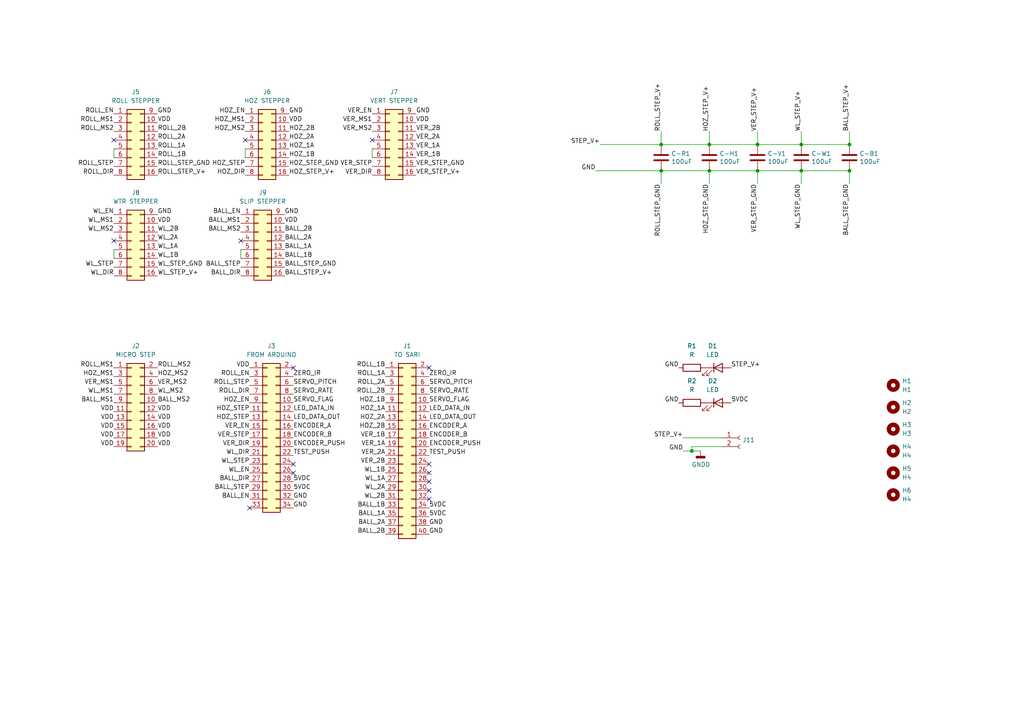
<source format=kicad_sch>
(kicad_sch (version 20211123) (generator eeschema)
  (paper "A4")
  (title_block (date "mar. 31 mars 2015"))
  (lib_symbols
    (symbol "Conn_02x08_Top_Bottom_1" (pin_names (offset 1.016) hide)
      (property "Reference" "J" (at 1.27 10.16 0))
      (property "Value" "Conn_02x08_Top_Bottom_1" (at 1.27 -12.7 0))
      (symbol "Conn_02x08_Top_Bottom_1_1_1"
        (rectangle (start -1.27 -10.033) (end 0 -10.287) (stroke (width 0.1524)))
        (rectangle (start -1.27 -7.493) (end 0 -7.747) (stroke (width 0.1524)))
        (rectangle (start -1.27 -4.953) (end 0 -5.207) (stroke (width 0.1524)))
        (rectangle (start -1.27 -2.413) (end 0 -2.667) (stroke (width 0.1524)))
        (rectangle (start -1.27 0.127) (end 0 -0.127) (stroke (width 0.1524)))
        (rectangle (start -1.27 2.667) (end 0 2.413) (stroke (width 0.1524)))
        (rectangle (start -1.27 5.207) (end 0 4.953) (stroke (width 0.1524)))
        (rectangle (start -1.27 7.747) (end 0 7.493) (stroke (width 0.1524)))
        (rectangle (start -1.27 8.89) (end 3.81 -11.43) (stroke (width 0.254)) (fill (type background)))
        (rectangle (start 3.81 -10.033) (end 2.54 -10.287) (stroke (width 0.1524)))
        (rectangle (start 3.81 -7.493) (end 2.54 -7.747) (stroke (width 0.1524)))
        (rectangle (start 3.81 -4.953) (end 2.54 -5.207) (stroke (width 0.1524)))
        (rectangle (start 3.81 -2.413) (end 2.54 -2.667) (stroke (width 0.1524)))
        (rectangle (start 3.81 0.127) (end 2.54 -0.127) (stroke (width 0.1524)))
        (rectangle (start 3.81 2.667) (end 2.54 2.413) (stroke (width 0.1524)))
        (rectangle (start 3.81 5.207) (end 2.54 4.953) (stroke (width 0.1524)))
        (rectangle (start 3.81 7.747) (end 2.54 7.493) (stroke (width 0.1524)))
        (pin passive line (at -5.08 7.62 0) (length 3.81) (name "Pin_1") (number "1"))
        (pin passive line (at 7.62 5.08 180) (length 3.81) (name "Pin_10") (number "10"))
        (pin passive line (at 7.62 2.54 180) (length 3.81) (name "Pin_11") (number "11"))
        (pin passive line (at 7.62 0 180) (length 3.81) (name "Pin_12") (number "12"))
        (pin passive line (at 7.62 -2.54 180) (length 3.81) (name "Pin_13") (number "13"))
        (pin passive line (at 7.62 -5.08 180) (length 3.81) (name "Pin_14") (number "14"))
        (pin passive line (at 7.62 -7.62 180) (length 3.81) (name "Pin_15") (number "15"))
        (pin passive line (at 7.62 -10.16 180) (length 3.81) (name "Pin_16") (number "16"))
        (pin passive line (at -5.08 5.08 0) (length 3.81) (name "Pin_2") (number "2"))
        (pin passive line (at -5.08 2.54 0) (length 3.81) (name "Pin_3") (number "3"))
        (pin passive line (at -5.08 0 0) (length 3.81) (name "Pin_4") (number "4"))
        (pin passive line (at -5.08 -2.54 0) (length 3.81) (name "Pin_5") (number "5"))
        (pin passive line (at -5.08 -5.08 0) (length 3.81) (name "Pin_6") (number "6"))
        (pin passive line (at -5.08 -7.62 0) (length 3.81) (name "Pin_7") (number "7"))
        (pin passive line (at -5.08 -10.16 0) (length 3.81) (name "Pin_8") (number "8"))
        (pin passive line (at 7.62 7.62 180) (length 3.81) (name "Pin_9") (number "9"))
      )
    )
    (symbol "Connector:Conn_01x02_Female" (pin_names (offset 1.016) hide)
      (property "Reference" "J" (at 0 2.54 0))
      (property "Value" "Conn_01x02_Female" (at 0 -5.08 0))
      (symbol "Conn_01x02_Female_1_1"
        (arc (start 0 -2.032) (mid -0.508 -2.54) (end 0 -3.048) (stroke (width 0.1524)))
        (polyline (pts (xy -1.27 -2.54) (xy -0.508 -2.54)) (stroke (width 0.1524)))
        (polyline (pts (xy -1.27 0) (xy -0.508 0)) (stroke (width 0.1524)))
        (arc (start 0 0.508) (mid -0.508 0) (end 0 -0.508) (stroke (width 0.1524)))
        (pin passive line (at -5.08 0 0) (length 3.81) (name "Pin_1") (number "1"))
        (pin passive line (at -5.08 -2.54 0) (length 3.81) (name "Pin_2") (number "2"))
      )
    )
    (symbol "Connector_Generic:Conn_02x08_Top_Bottom" (pin_names (offset 1.016) hide)
      (property "Reference" "J" (at 1.27 10.16 0))
      (property "Value" "Conn_02x08_Top_Bottom" (at 1.27 -12.7 0))
      (symbol "Conn_02x08_Top_Bottom_1_1"
        (rectangle (start -1.27 -10.033) (end 0 -10.287) (stroke (width 0.1524)))
        (rectangle (start -1.27 -7.493) (end 0 -7.747) (stroke (width 0.1524)))
        (rectangle (start -1.27 -4.953) (end 0 -5.207) (stroke (width 0.1524)))
        (rectangle (start -1.27 -2.413) (end 0 -2.667) (stroke (width 0.1524)))
        (rectangle (start -1.27 0.127) (end 0 -0.127) (stroke (width 0.1524)))
        (rectangle (start -1.27 2.667) (end 0 2.413) (stroke (width 0.1524)))
        (rectangle (start -1.27 5.207) (end 0 4.953) (stroke (width 0.1524)))
        (rectangle (start -1.27 7.747) (end 0 7.493) (stroke (width 0.1524)))
        (rectangle (start -1.27 8.89) (end 3.81 -11.43) (stroke (width 0.254)) (fill (type background)))
        (rectangle (start 3.81 -10.033) (end 2.54 -10.287) (stroke (width 0.1524)))
        (rectangle (start 3.81 -7.493) (end 2.54 -7.747) (stroke (width 0.1524)))
        (rectangle (start 3.81 -4.953) (end 2.54 -5.207) (stroke (width 0.1524)))
        (rectangle (start 3.81 -2.413) (end 2.54 -2.667) (stroke (width 0.1524)))
        (rectangle (start 3.81 0.127) (end 2.54 -0.127) (stroke (width 0.1524)))
        (rectangle (start 3.81 2.667) (end 2.54 2.413) (stroke (width 0.1524)))
        (rectangle (start 3.81 5.207) (end 2.54 4.953) (stroke (width 0.1524)))
        (rectangle (start 3.81 7.747) (end 2.54 7.493) (stroke (width 0.1524)))
        (pin passive line (at -5.08 7.62 0) (length 3.81) (name "Pin_1") (number "1"))
        (pin passive line (at 7.62 5.08 180) (length 3.81) (name "Pin_10") (number "10"))
        (pin passive line (at 7.62 2.54 180) (length 3.81) (name "Pin_11") (number "11"))
        (pin passive line (at 7.62 0 180) (length 3.81) (name "Pin_12") (number "12"))
        (pin passive line (at 7.62 -2.54 180) (length 3.81) (name "Pin_13") (number "13"))
        (pin passive line (at 7.62 -5.08 180) (length 3.81) (name "Pin_14") (number "14"))
        (pin passive line (at 7.62 -7.62 180) (length 3.81) (name "Pin_15") (number "15"))
        (pin passive line (at 7.62 -10.16 180) (length 3.81) (name "Pin_16") (number "16"))
        (pin passive line (at -5.08 5.08 0) (length 3.81) (name "Pin_2") (number "2"))
        (pin passive line (at -5.08 2.54 0) (length 3.81) (name "Pin_3") (number "3"))
        (pin passive line (at -5.08 0 0) (length 3.81) (name "Pin_4") (number "4"))
        (pin passive line (at -5.08 -2.54 0) (length 3.81) (name "Pin_5") (number "5"))
        (pin passive line (at -5.08 -5.08 0) (length 3.81) (name "Pin_6") (number "6"))
        (pin passive line (at -5.08 -7.62 0) (length 3.81) (name "Pin_7") (number "7"))
        (pin passive line (at -5.08 -10.16 0) (length 3.81) (name "Pin_8") (number "8"))
        (pin passive line (at 7.62 7.62 180) (length 3.81) (name "Pin_9") (number "9"))
      )
    )
    (symbol "Connector_Generic:Conn_02x10_Odd_Even" (pin_names (offset 1.016) hide)
      (property "Reference" "J" (at 1.27 12.7 0))
      (property "Value" "Conn_02x10_Odd_Even" (at 1.27 -15.24 0))
      (symbol "Conn_02x10_Odd_Even_1_1"
        (rectangle (start -1.27 -12.573) (end 0 -12.827) (stroke (width 0.1524)))
        (rectangle (start -1.27 -10.033) (end 0 -10.287) (stroke (width 0.1524)))
        (rectangle (start -1.27 -7.493) (end 0 -7.747) (stroke (width 0.1524)))
        (rectangle (start -1.27 -4.953) (end 0 -5.207) (stroke (width 0.1524)))
        (rectangle (start -1.27 -2.413) (end 0 -2.667) (stroke (width 0.1524)))
        (rectangle (start -1.27 0.127) (end 0 -0.127) (stroke (width 0.1524)))
        (rectangle (start -1.27 2.667) (end 0 2.413) (stroke (width 0.1524)))
        (rectangle (start -1.27 5.207) (end 0 4.953) (stroke (width 0.1524)))
        (rectangle (start -1.27 7.747) (end 0 7.493) (stroke (width 0.1524)))
        (rectangle (start -1.27 10.287) (end 0 10.033) (stroke (width 0.1524)))
        (rectangle (start -1.27 11.43) (end 3.81 -13.97) (stroke (width 0.254)) (fill (type background)))
        (rectangle (start 3.81 -12.573) (end 2.54 -12.827) (stroke (width 0.1524)))
        (rectangle (start 3.81 -10.033) (end 2.54 -10.287) (stroke (width 0.1524)))
        (rectangle (start 3.81 -7.493) (end 2.54 -7.747) (stroke (width 0.1524)))
        (rectangle (start 3.81 -4.953) (end 2.54 -5.207) (stroke (width 0.1524)))
        (rectangle (start 3.81 -2.413) (end 2.54 -2.667) (stroke (width 0.1524)))
        (rectangle (start 3.81 0.127) (end 2.54 -0.127) (stroke (width 0.1524)))
        (rectangle (start 3.81 2.667) (end 2.54 2.413) (stroke (width 0.1524)))
        (rectangle (start 3.81 5.207) (end 2.54 4.953) (stroke (width 0.1524)))
        (rectangle (start 3.81 7.747) (end 2.54 7.493) (stroke (width 0.1524)))
        (rectangle (start 3.81 10.287) (end 2.54 10.033) (stroke (width 0.1524)))
        (pin passive line (at -5.08 10.16 0) (length 3.81) (name "Pin_1") (number "1"))
        (pin passive line (at 7.62 0 180) (length 3.81) (name "Pin_10") (number "10"))
        (pin passive line (at -5.08 -2.54 0) (length 3.81) (name "Pin_11") (number "11"))
        (pin passive line (at 7.62 -2.54 180) (length 3.81) (name "Pin_12") (number "12"))
        (pin passive line (at -5.08 -5.08 0) (length 3.81) (name "Pin_13") (number "13"))
        (pin passive line (at 7.62 -5.08 180) (length 3.81) (name "Pin_14") (number "14"))
        (pin passive line (at -5.08 -7.62 0) (length 3.81) (name "Pin_15") (number "15"))
        (pin passive line (at 7.62 -7.62 180) (length 3.81) (name "Pin_16") (number "16"))
        (pin passive line (at -5.08 -10.16 0) (length 3.81) (name "Pin_17") (number "17"))
        (pin passive line (at 7.62 -10.16 180) (length 3.81) (name "Pin_18") (number "18"))
        (pin passive line (at -5.08 -12.7 0) (length 3.81) (name "Pin_19") (number "19"))
        (pin passive line (at 7.62 10.16 180) (length 3.81) (name "Pin_2") (number "2"))
        (pin passive line (at 7.62 -12.7 180) (length 3.81) (name "Pin_20") (number "20"))
        (pin passive line (at -5.08 7.62 0) (length 3.81) (name "Pin_3") (number "3"))
        (pin passive line (at 7.62 7.62 180) (length 3.81) (name "Pin_4") (number "4"))
        (pin passive line (at -5.08 5.08 0) (length 3.81) (name "Pin_5") (number "5"))
        (pin passive line (at 7.62 5.08 180) (length 3.81) (name "Pin_6") (number "6"))
        (pin passive line (at -5.08 2.54 0) (length 3.81) (name "Pin_7") (number "7"))
        (pin passive line (at 7.62 2.54 180) (length 3.81) (name "Pin_8") (number "8"))
        (pin passive line (at -5.08 0 0) (length 3.81) (name "Pin_9") (number "9"))
      )
    )
    (symbol "Connector_Generic:Conn_02x17_Odd_Even" (pin_names (offset 1.016) hide)
      (property "Reference" "J" (at 1.27 22.86 0))
      (property "Value" "Conn_02x17_Odd_Even" (at 1.27 -22.86 0))
      (symbol "Conn_02x17_Odd_Even_1_1"
        (rectangle (start -1.27 -20.193) (end 0 -20.447) (stroke (width 0.1524)))
        (rectangle (start -1.27 -17.653) (end 0 -17.907) (stroke (width 0.1524)))
        (rectangle (start -1.27 -15.113) (end 0 -15.367) (stroke (width 0.1524)))
        (rectangle (start -1.27 -12.573) (end 0 -12.827) (stroke (width 0.1524)))
        (rectangle (start -1.27 -10.033) (end 0 -10.287) (stroke (width 0.1524)))
        (rectangle (start -1.27 -7.493) (end 0 -7.747) (stroke (width 0.1524)))
        (rectangle (start -1.27 -4.953) (end 0 -5.207) (stroke (width 0.1524)))
        (rectangle (start -1.27 -2.413) (end 0 -2.667) (stroke (width 0.1524)))
        (rectangle (start -1.27 0.127) (end 0 -0.127) (stroke (width 0.1524)))
        (rectangle (start -1.27 2.667) (end 0 2.413) (stroke (width 0.1524)))
        (rectangle (start -1.27 5.207) (end 0 4.953) (stroke (width 0.1524)))
        (rectangle (start -1.27 7.747) (end 0 7.493) (stroke (width 0.1524)))
        (rectangle (start -1.27 10.287) (end 0 10.033) (stroke (width 0.1524)))
        (rectangle (start -1.27 12.827) (end 0 12.573) (stroke (width 0.1524)))
        (rectangle (start -1.27 15.367) (end 0 15.113) (stroke (width 0.1524)))
        (rectangle (start -1.27 17.907) (end 0 17.653) (stroke (width 0.1524)))
        (rectangle (start -1.27 20.447) (end 0 20.193) (stroke (width 0.1524)))
        (rectangle (start -1.27 21.59) (end 3.81 -21.59) (stroke (width 0.254)) (fill (type background)))
        (rectangle (start 3.81 -20.193) (end 2.54 -20.447) (stroke (width 0.1524)))
        (rectangle (start 3.81 -17.653) (end 2.54 -17.907) (stroke (width 0.1524)))
        (rectangle (start 3.81 -15.113) (end 2.54 -15.367) (stroke (width 0.1524)))
        (rectangle (start 3.81 -12.573) (end 2.54 -12.827) (stroke (width 0.1524)))
        (rectangle (start 3.81 -10.033) (end 2.54 -10.287) (stroke (width 0.1524)))
        (rectangle (start 3.81 -7.493) (end 2.54 -7.747) (stroke (width 0.1524)))
        (rectangle (start 3.81 -4.953) (end 2.54 -5.207) (stroke (width 0.1524)))
        (rectangle (start 3.81 -2.413) (end 2.54 -2.667) (stroke (width 0.1524)))
        (rectangle (start 3.81 0.127) (end 2.54 -0.127) (stroke (width 0.1524)))
        (rectangle (start 3.81 2.667) (end 2.54 2.413) (stroke (width 0.1524)))
        (rectangle (start 3.81 5.207) (end 2.54 4.953) (stroke (width 0.1524)))
        (rectangle (start 3.81 7.747) (end 2.54 7.493) (stroke (width 0.1524)))
        (rectangle (start 3.81 10.287) (end 2.54 10.033) (stroke (width 0.1524)))
        (rectangle (start 3.81 12.827) (end 2.54 12.573) (stroke (width 0.1524)))
        (rectangle (start 3.81 15.367) (end 2.54 15.113) (stroke (width 0.1524)))
        (rectangle (start 3.81 17.907) (end 2.54 17.653) (stroke (width 0.1524)))
        (rectangle (start 3.81 20.447) (end 2.54 20.193) (stroke (width 0.1524)))
        (pin passive line (at -5.08 20.32 0) (length 3.81) (name "Pin_1") (number "1"))
        (pin passive line (at 7.62 10.16 180) (length 3.81) (name "Pin_10") (number "10"))
        (pin passive line (at -5.08 7.62 0) (length 3.81) (name "Pin_11") (number "11"))
        (pin passive line (at 7.62 7.62 180) (length 3.81) (name "Pin_12") (number "12"))
        (pin passive line (at -5.08 5.08 0) (length 3.81) (name "Pin_13") (number "13"))
        (pin passive line (at 7.62 5.08 180) (length 3.81) (name "Pin_14") (number "14"))
        (pin passive line (at -5.08 2.54 0) (length 3.81) (name "Pin_15") (number "15"))
        (pin passive line (at 7.62 2.54 180) (length 3.81) (name "Pin_16") (number "16"))
        (pin passive line (at -5.08 0 0) (length 3.81) (name "Pin_17") (number "17"))
        (pin passive line (at 7.62 0 180) (length 3.81) (name "Pin_18") (number "18"))
        (pin passive line (at -5.08 -2.54 0) (length 3.81) (name "Pin_19") (number "19"))
        (pin passive line (at 7.62 20.32 180) (length 3.81) (name "Pin_2") (number "2"))
        (pin passive line (at 7.62 -2.54 180) (length 3.81) (name "Pin_20") (number "20"))
        (pin passive line (at -5.08 -5.08 0) (length 3.81) (name "Pin_21") (number "21"))
        (pin passive line (at 7.62 -5.08 180) (length 3.81) (name "Pin_22") (number "22"))
        (pin passive line (at -5.08 -7.62 0) (length 3.81) (name "Pin_23") (number "23"))
        (pin passive line (at 7.62 -7.62 180) (length 3.81) (name "Pin_24") (number "24"))
        (pin passive line (at -5.08 -10.16 0) (length 3.81) (name "Pin_25") (number "25"))
        (pin passive line (at 7.62 -10.16 180) (length 3.81) (name "Pin_26") (number "26"))
        (pin passive line (at -5.08 -12.7 0) (length 3.81) (name "Pin_27") (number "27"))
        (pin passive line (at 7.62 -12.7 180) (length 3.81) (name "Pin_28") (number "28"))
        (pin passive line (at -5.08 -15.24 0) (length 3.81) (name "Pin_29") (number "29"))
        (pin passive line (at -5.08 17.78 0) (length 3.81) (name "Pin_3") (number "3"))
        (pin passive line (at 7.62 -15.24 180) (length 3.81) (name "Pin_30") (number "30"))
        (pin passive line (at -5.08 -17.78 0) (length 3.81) (name "Pin_31") (number "31"))
        (pin passive line (at 7.62 -17.78 180) (length 3.81) (name "Pin_32") (number "32"))
        (pin passive line (at -5.08 -20.32 0) (length 3.81) (name "Pin_33") (number "33"))
        (pin passive line (at 7.62 -20.32 180) (length 3.81) (name "Pin_34") (number "34"))
        (pin passive line (at 7.62 17.78 180) (length 3.81) (name "Pin_4") (number "4"))
        (pin passive line (at -5.08 15.24 0) (length 3.81) (name "Pin_5") (number "5"))
        (pin passive line (at 7.62 15.24 180) (length 3.81) (name "Pin_6") (number "6"))
        (pin passive line (at -5.08 12.7 0) (length 3.81) (name "Pin_7") (number "7"))
        (pin passive line (at 7.62 12.7 180) (length 3.81) (name "Pin_8") (number "8"))
        (pin passive line (at -5.08 10.16 0) (length 3.81) (name "Pin_9") (number "9"))
      )
    )
    (symbol "Connector_Generic:Conn_02x20_Odd_Even" (pin_names (offset 1.016) hide)
      (property "Reference" "J" (at 1.27 25.4 0))
      (property "Value" "Conn_02x20_Odd_Even" (at 1.27 -27.94 0))
      (symbol "Conn_02x20_Odd_Even_1_1"
        (rectangle (start -1.27 -25.273) (end 0 -25.527) (stroke (width 0.1524)))
        (rectangle (start -1.27 -22.733) (end 0 -22.987) (stroke (width 0.1524)))
        (rectangle (start -1.27 -20.193) (end 0 -20.447) (stroke (width 0.1524)))
        (rectangle (start -1.27 -17.653) (end 0 -17.907) (stroke (width 0.1524)))
        (rectangle (start -1.27 -15.113) (end 0 -15.367) (stroke (width 0.1524)))
        (rectangle (start -1.27 -12.573) (end 0 -12.827) (stroke (width 0.1524)))
        (rectangle (start -1.27 -10.033) (end 0 -10.287) (stroke (width 0.1524)))
        (rectangle (start -1.27 -7.493) (end 0 -7.747) (stroke (width 0.1524)))
        (rectangle (start -1.27 -4.953) (end 0 -5.207) (stroke (width 0.1524)))
        (rectangle (start -1.27 -2.413) (end 0 -2.667) (stroke (width 0.1524)))
        (rectangle (start -1.27 0.127) (end 0 -0.127) (stroke (width 0.1524)))
        (rectangle (start -1.27 2.667) (end 0 2.413) (stroke (width 0.1524)))
        (rectangle (start -1.27 5.207) (end 0 4.953) (stroke (width 0.1524)))
        (rectangle (start -1.27 7.747) (end 0 7.493) (stroke (width 0.1524)))
        (rectangle (start -1.27 10.287) (end 0 10.033) (stroke (width 0.1524)))
        (rectangle (start -1.27 12.827) (end 0 12.573) (stroke (width 0.1524)))
        (rectangle (start -1.27 15.367) (end 0 15.113) (stroke (width 0.1524)))
        (rectangle (start -1.27 17.907) (end 0 17.653) (stroke (width 0.1524)))
        (rectangle (start -1.27 20.447) (end 0 20.193) (stroke (width 0.1524)))
        (rectangle (start -1.27 22.987) (end 0 22.733) (stroke (width 0.1524)))
        (rectangle (start -1.27 24.13) (end 3.81 -26.67) (stroke (width 0.254)) (fill (type background)))
        (rectangle (start 3.81 -25.273) (end 2.54 -25.527) (stroke (width 0.1524)))
        (rectangle (start 3.81 -22.733) (end 2.54 -22.987) (stroke (width 0.1524)))
        (rectangle (start 3.81 -20.193) (end 2.54 -20.447) (stroke (width 0.1524)))
        (rectangle (start 3.81 -17.653) (end 2.54 -17.907) (stroke (width 0.1524)))
        (rectangle (start 3.81 -15.113) (end 2.54 -15.367) (stroke (width 0.1524)))
        (rectangle (start 3.81 -12.573) (end 2.54 -12.827) (stroke (width 0.1524)))
        (rectangle (start 3.81 -10.033) (end 2.54 -10.287) (stroke (width 0.1524)))
        (rectangle (start 3.81 -7.493) (end 2.54 -7.747) (stroke (width 0.1524)))
        (rectangle (start 3.81 -4.953) (end 2.54 -5.207) (stroke (width 0.1524)))
        (rectangle (start 3.81 -2.413) (end 2.54 -2.667) (stroke (width 0.1524)))
        (rectangle (start 3.81 0.127) (end 2.54 -0.127) (stroke (width 0.1524)))
        (rectangle (start 3.81 2.667) (end 2.54 2.413) (stroke (width 0.1524)))
        (rectangle (start 3.81 5.207) (end 2.54 4.953) (stroke (width 0.1524)))
        (rectangle (start 3.81 7.747) (end 2.54 7.493) (stroke (width 0.1524)))
        (rectangle (start 3.81 10.287) (end 2.54 10.033) (stroke (width 0.1524)))
        (rectangle (start 3.81 12.827) (end 2.54 12.573) (stroke (width 0.1524)))
        (rectangle (start 3.81 15.367) (end 2.54 15.113) (stroke (width 0.1524)))
        (rectangle (start 3.81 17.907) (end 2.54 17.653) (stroke (width 0.1524)))
        (rectangle (start 3.81 20.447) (end 2.54 20.193) (stroke (width 0.1524)))
        (rectangle (start 3.81 22.987) (end 2.54 22.733) (stroke (width 0.1524)))
        (pin passive line (at -5.08 22.86 0) (length 3.81) (name "Pin_1") (number "1"))
        (pin passive line (at 7.62 12.7 180) (length 3.81) (name "Pin_10") (number "10"))
        (pin passive line (at -5.08 10.16 0) (length 3.81) (name "Pin_11") (number "11"))
        (pin passive line (at 7.62 10.16 180) (length 3.81) (name "Pin_12") (number "12"))
        (pin passive line (at -5.08 7.62 0) (length 3.81) (name "Pin_13") (number "13"))
        (pin passive line (at 7.62 7.62 180) (length 3.81) (name "Pin_14") (number "14"))
        (pin passive line (at -5.08 5.08 0) (length 3.81) (name "Pin_15") (number "15"))
        (pin passive line (at 7.62 5.08 180) (length 3.81) (name "Pin_16") (number "16"))
        (pin passive line (at -5.08 2.54 0) (length 3.81) (name "Pin_17") (number "17"))
        (pin passive line (at 7.62 2.54 180) (length 3.81) (name "Pin_18") (number "18"))
        (pin passive line (at -5.08 0 0) (length 3.81) (name "Pin_19") (number "19"))
        (pin passive line (at 7.62 22.86 180) (length 3.81) (name "Pin_2") (number "2"))
        (pin passive line (at 7.62 0 180) (length 3.81) (name "Pin_20") (number "20"))
        (pin passive line (at -5.08 -2.54 0) (length 3.81) (name "Pin_21") (number "21"))
        (pin passive line (at 7.62 -2.54 180) (length 3.81) (name "Pin_22") (number "22"))
        (pin passive line (at -5.08 -5.08 0) (length 3.81) (name "Pin_23") (number "23"))
        (pin passive line (at 7.62 -5.08 180) (length 3.81) (name "Pin_24") (number "24"))
        (pin passive line (at -5.08 -7.62 0) (length 3.81) (name "Pin_25") (number "25"))
        (pin passive line (at 7.62 -7.62 180) (length 3.81) (name "Pin_26") (number "26"))
        (pin passive line (at -5.08 -10.16 0) (length 3.81) (name "Pin_27") (number "27"))
        (pin passive line (at 7.62 -10.16 180) (length 3.81) (name "Pin_28") (number "28"))
        (pin passive line (at -5.08 -12.7 0) (length 3.81) (name "Pin_29") (number "29"))
        (pin passive line (at -5.08 20.32 0) (length 3.81) (name "Pin_3") (number "3"))
        (pin passive line (at 7.62 -12.7 180) (length 3.81) (name "Pin_30") (number "30"))
        (pin passive line (at -5.08 -15.24 0) (length 3.81) (name "Pin_31") (number "31"))
        (pin passive line (at 7.62 -15.24 180) (length 3.81) (name "Pin_32") (number "32"))
        (pin passive line (at -5.08 -17.78 0) (length 3.81) (name "Pin_33") (number "33"))
        (pin passive line (at 7.62 -17.78 180) (length 3.81) (name "Pin_34") (number "34"))
        (pin passive line (at -5.08 -20.32 0) (length 3.81) (name "Pin_35") (number "35"))
        (pin passive line (at 7.62 -20.32 180) (length 3.81) (name "Pin_36") (number "36"))
        (pin passive line (at -5.08 -22.86 0) (length 3.81) (name "Pin_37") (number "37"))
        (pin passive line (at 7.62 -22.86 180) (length 3.81) (name "Pin_38") (number "38"))
        (pin passive line (at -5.08 -25.4 0) (length 3.81) (name "Pin_39") (number "39"))
        (pin passive line (at 7.62 20.32 180) (length 3.81) (name "Pin_4") (number "4"))
        (pin passive line (at 7.62 -25.4 180) (length 3.81) (name "Pin_40") (number "40"))
        (pin passive line (at -5.08 17.78 0) (length 3.81) (name "Pin_5") (number "5"))
        (pin passive line (at 7.62 17.78 180) (length 3.81) (name "Pin_6") (number "6"))
        (pin passive line (at -5.08 15.24 0) (length 3.81) (name "Pin_7") (number "7"))
        (pin passive line (at 7.62 15.24 180) (length 3.81) (name "Pin_8") (number "8"))
        (pin passive line (at -5.08 12.7 0) (length 3.81) (name "Pin_9") (number "9"))
      )
    )
    (symbol "Device:C" (pin_numbers hide) (pin_names (offset 0.254))
      (property "Reference" "C" (at 0.635 2.54 0))
      (property "Value" "C" (at 0.635 -2.54 0))
      (symbol "C_0_1"
        (polyline (pts (xy -2.032 -0.762) (xy 2.032 -0.762)) (stroke (width 0.508)))
        (polyline (pts (xy -2.032 0.762) (xy 2.032 0.762)) (stroke (width 0.508)))
      )
      (symbol "C_1_1"
        (pin passive line (at 0 3.81 270) (length 2.794) (name "~") (number "1"))
        (pin passive line (at 0 -3.81 90) (length 2.794) (name "~") (number "2"))
      )
    )
    (symbol "Device:LED" (pin_numbers hide) (pin_names (offset 1.016) hide)
      (property "Reference" "D" (at 0 2.54 0))
      (property "Value" "LED" (at 0 -2.54 0))
      (symbol "LED_0_1"
        (polyline (pts (xy -1.27 -1.27) (xy -1.27 1.27)) (stroke (width 0.254)))
        (polyline (pts (xy -1.27 0) (xy 1.27 0)))
        (polyline (pts (xy 1.27 -1.27) (xy 1.27 1.27) (xy -1.27 0) (xy 1.27 -1.27)) (stroke (width 0.254)))
        (polyline (pts (xy -3.048 -0.762) (xy -4.572 -2.286) (xy -3.81 -2.286) (xy -4.572 -2.286) (xy -4.572 -1.524)))
        (polyline (pts (xy -1.778 -0.762) (xy -3.302 -2.286) (xy -2.54 -2.286) (xy -3.302 -2.286) (xy -3.302 -1.524)))
      )
      (symbol "LED_1_1"
        (pin passive line (at -3.81 0 0) (length 2.54) (name "K") (number "1"))
        (pin passive line (at 3.81 0 180) (length 2.54) (name "A") (number "2"))
      )
    )
    (symbol "Device:R" (pin_numbers hide) (pin_names (offset 0))
      (property "Reference" "R" (at 2.032 0 90))
      (property "Value" "R" (at 0 0 90))
      (symbol "R_0_1"
        (rectangle (start -1.016 -2.54) (end 1.016 2.54) (stroke (width 0.254)))
      )
      (symbol "R_1_1"
        (pin passive line (at 0 3.81 270) (length 1.27) (name "~") (number "1"))
        (pin passive line (at 0 -3.81 90) (length 1.27) (name "~") (number "2"))
      )
    )
    (symbol "Mechanical:MountingHole" (pin_names (offset 1.016))
      (property "Reference" "H" (at 0 5.08 0))
      (property "Value" "MountingHole" (at 0 3.175 0))
      (symbol "MountingHole_0_1"
        (circle (center 0 0) (radius 1.27) (stroke (width 1.27)))
      )
    )
    (symbol "power:GNDD" (power) (pin_names (offset 0))
      (property "Value" "GNDD" (at 0 -3.175 0))
      (symbol "GNDD_0_1"
        (rectangle (start -1.27 -1.524) (end 1.27 -2.032) (stroke (width 0.254)) (fill (type outline)))
        (polyline (pts (xy 0 0) (xy 0 -1.524)))
      )
      (symbol "GNDD_1_1"
        (pin power_in line (at 0 0 270) (length 0) hide (name "GNDD") (number "1"))
      )
    )
  )
  (junction (at 219.71 49.53))
  (junction (at 246.38 49.53))
  (junction (at 246.38 41.91))
  (junction (at 191.77 41.91))
  (junction (at 205.74 49.53))
  (junction (at 200.66 130.81))
  (junction (at 219.71 41.91))
  (junction (at 232.41 49.53))
  (junction (at 205.74 41.91))
  (junction (at 191.77 49.53))
  (junction (at 232.41 41.91))
  (no_connect (at 107.95 40.64))
  (no_connect (at 71.12 40.64))
  (no_connect (at 33.02 69.85))
  (no_connect (at 33.02 40.64))
  (no_connect (at 69.85 69.85))
  (no_connect (at 85.09 106.68))
  (no_connect (at 85.09 134.62))
  (no_connect (at 85.09 137.16))
  (no_connect (at 72.39 147.32))
  (no_connect (at 124.46 106.68))
  (no_connect (at 124.46 134.62))
  (no_connect (at 124.46 137.16))
  (no_connect (at 124.46 139.7))
  (no_connect (at 124.46 142.24))
  (no_connect (at 124.46 144.78))
  (wire (pts (xy 205.74 49.53) (xy 219.71 49.53)))
  (wire (pts (xy 191.77 41.91) (xy 205.74 41.91)))
  (wire (pts (xy 232.41 41.91) (xy 246.38 41.91)))
  (wire (pts (xy 191.77 38.1) (xy 191.77 41.91)))
  (wire (pts (xy 219.71 49.53) (xy 232.41 49.53)))
  (wire (pts (xy 200.66 129.54) (xy 200.66 130.81)))
  (wire (pts (xy 209.55 129.54) (xy 200.66 129.54)))
  (wire (pts (xy 173.99 41.91) (xy 191.77 41.91)))
  (wire (pts (xy 205.74 38.1) (xy 205.74 41.91)))
  (wire (pts (xy 205.74 41.91) (xy 219.71 41.91)))
  (wire (pts (xy 191.77 49.53) (xy 205.74 49.53)))
  (wire (pts (xy 71.12 43.18) (xy 71.12 45.72)))
  (wire (pts (xy 69.85 72.39) (xy 69.85 74.93)))
  (wire (pts (xy 191.77 53.34) (xy 191.77 49.53)))
  (wire (pts (xy 200.66 130.81) (xy 203.2 130.81)))
  (wire (pts (xy 172.72 49.53) (xy 191.77 49.53)))
  (wire (pts (xy 219.71 38.1) (xy 219.71 41.91)))
  (wire (pts (xy 33.02 43.18) (xy 33.02 45.72)))
  (wire (pts (xy 107.95 43.18) (xy 107.95 45.72)))
  (wire (pts (xy 33.02 72.39) (xy 33.02 74.93)))
  (wire (pts (xy 246.38 38.1) (xy 246.38 41.91)))
  (wire (pts (xy 246.38 53.34) (xy 246.38 49.53)))
  (wire (pts (xy 232.41 53.34) (xy 232.41 49.53)))
  (wire (pts (xy 205.74 53.34) (xy 205.74 49.53)))
  (wire (pts (xy 232.41 38.1) (xy 232.41 41.91)))
  (wire (pts (xy 198.12 127) (xy 209.55 127)))
  (wire (pts (xy 219.71 53.34) (xy 219.71 49.53)))
  (wire (pts (xy 198.12 130.81) (xy 200.66 130.81)))
  (wire (pts (xy 232.41 49.53) (xy 246.38 49.53)))
  (wire (pts (xy 219.71 41.91) (xy 232.41 41.91)))
  (label "BALL_MS2" (at 45.72 116.84 0))
  (label "TEST_PUSH" (at 85.09 132.08 0))
  (label "5VDC" (at 124.46 149.86 0))
  (label "WL_MS2" (at 33.02 67.31 180))
  (label "VER_STEP_V+" (at 219.71 38.1 90))
  (label "ROLL_STEP_V+" (at 191.77 38.1 90))
  (label "WL_STEP" (at 72.39 134.62 180))
  (label "ROLL_1B" (at 45.72 45.72 0))
  (label "ENCODER_B" (at 85.09 127 0))
  (label "BALL_STEP_V+" (at 82.55 80.01 0))
  (label "SERVO_RATE" (at 85.09 114.3 0))
  (label "VDD" (at 33.02 127 180))
  (label "TEST_PUSH" (at 124.46 132.08 0))
  (label "VER_2A" (at 111.76 132.08 180))
  (label "ENCODER_A" (at 85.09 124.46 0))
  (label "GND" (at 196.85 106.68 180))
  (label "BALL_1A" (at 111.76 149.86 180))
  (label "WL_DIR" (at 33.02 80.01 180))
  (label "BALL_MS1" (at 33.02 116.84 180))
  (label "5VDC" (at 85.09 142.24 0))
  (label "HOZ_STEP" (at 71.12 48.26 180))
  (label "LED_DATA_IN" (at 85.09 119.38 0))
  (label "GND" (at 124.46 154.94 0))
  (label "WL_2B" (at 45.72 67.31 0))
  (label "VER_1B" (at 111.76 127 180))
  (label "GND" (at 83.82 33.02 0))
  (label "ENCODER_PUSH" (at 124.46 129.54 0))
  (label "SERVO_RATE" (at 124.46 114.3 0))
  (label "ROLL_1B" (at 111.76 106.68 180))
  (label "5VDC" (at 212.09 116.84 0))
  (label "ROLL_2B" (at 45.72 38.1 0))
  (label "BALL_STEP_GND" (at 246.38 53.34 270))
  (label "ROLL_EN" (at 72.39 109.22 180))
  (label "WL_1B" (at 111.76 137.16 180))
  (label "WL_EN" (at 33.02 62.23 180))
  (label "LED_DATA_OUT" (at 124.46 121.92 0))
  (label "STEP_V+" (at 198.12 127 180))
  (label "BALL_STEP" (at 72.39 142.24 180))
  (label "VER_STEP" (at 107.95 48.26 180))
  (label "ROLL_1A" (at 111.76 109.22 180))
  (label "GND" (at 196.85 116.84 180))
  (label "HOZ_1A" (at 83.82 43.18 0))
  (label "HOZ_MS1" (at 33.02 109.22 180))
  (label "VER_EN" (at 72.39 124.46 180))
  (label "ROLL_MS2" (at 45.72 106.68 0))
  (label "BALL_STEP_GND" (at 82.55 77.47 0))
  (label "VER_STEP" (at 72.39 127 180))
  (label "HOZ_STEP_GND" (at 205.74 53.34 270))
  (label "SERVO_PITCH" (at 124.46 111.76 0))
  (label "GND" (at 45.72 62.23 0))
  (label "BALL_DIR" (at 69.85 80.01 180))
  (label "VER_1A" (at 111.76 129.54 180))
  (label "GND" (at 85.09 144.78 0))
  (label "BALL_STEP" (at 69.85 77.47 180))
  (label "WL_STEP_GND" (at 45.72 77.47 0))
  (label "WL_STEP_GND" (at 232.41 53.34 270))
  (label "ROLL_STEP" (at 33.02 48.26 180))
  (label "VER_MS2" (at 107.95 38.1 180))
  (label "HOZ_STEP" (at 72.39 119.38 180))
  (label "VDD" (at 82.55 64.77 0))
  (label "VER_STEP_GND" (at 219.71 53.34 270))
  (label "HOZ_1B" (at 111.76 116.84 180))
  (label "ROLL_STEP" (at 72.39 111.76 180))
  (label "WL_1A" (at 111.76 139.7 180))
  (label "WL_STEP_V+" (at 45.72 80.01 0))
  (label "VER_2A" (at 120.65 40.64 0))
  (label "HOZ_2A" (at 83.82 40.64 0))
  (label "VER_MS1" (at 107.95 35.56 180))
  (label "HOZ_2B" (at 111.76 124.46 180))
  (label "5VDC" (at 124.46 147.32 0))
  (label "ROLL_MS2" (at 33.02 38.1 180))
  (label "HOZ_STEP_GND" (at 83.82 48.26 0))
  (label "BALL_2B" (at 111.76 154.94 180))
  (label "GND" (at 172.72 49.53 180))
  (label "STEP_V+" (at 173.99 41.91 180))
  (label "VER_1A" (at 120.65 43.18 0))
  (label "STEP_V+" (at 212.09 106.68 0))
  (label "VDD" (at 45.72 119.38 0))
  (label "GND" (at 124.46 152.4 0))
  (label "HOZ_1A" (at 111.76 119.38 180))
  (label "HOZ_STEP" (at 72.39 121.92 180))
  (label "VDD" (at 83.82 35.56 0))
  (label "HOZ_EN" (at 71.12 33.02 180))
  (label "HOZ_2A" (at 111.76 121.92 180))
  (label "VDD" (at 45.72 127 0))
  (label "BALL_EN" (at 69.85 62.23 180))
  (label "BALL_2A" (at 111.76 152.4 180))
  (label "BALL_1B" (at 111.76 147.32 180))
  (label "VER_1B" (at 120.65 45.72 0))
  (label "BALL_STEP_V+" (at 246.38 38.1 90))
  (label "HOZ_EN" (at 72.39 116.84 180))
  (label "GND" (at 120.65 33.02 0))
  (label "ENCODER_A" (at 124.46 124.46 0))
  (label "VDD" (at 45.72 124.46 0))
  (label "SERVO_FLAG" (at 124.46 116.84 0))
  (label "ZERO_IR" (at 85.09 109.22 0))
  (label "HOZ_STEP_V+" (at 205.74 38.1 90))
  (label "VER_DIR" (at 107.95 50.8 180))
  (label "LED_DATA_IN" (at 124.46 119.38 0))
  (label "VDD" (at 45.72 121.92 0))
  (label "BALL_DIR" (at 72.39 139.7 180))
  (label "VDD" (at 45.72 129.54 0))
  (label "BALL_EN" (at 72.39 144.78 180))
  (label "GND" (at 82.55 62.23 0))
  (label "HOZ_MS2" (at 45.72 109.22 0))
  (label "VDD" (at 120.65 35.56 0))
  (label "ROLL_STEP_V+" (at 45.72 50.8 0))
  (label "WL_STEP" (at 33.02 77.47 180))
  (label "WL_EN" (at 72.39 137.16 180))
  (label "HOZ_MS1" (at 71.12 35.56 180))
  (label "VER_MS2" (at 45.72 111.76 0))
  (label "BALL_1B" (at 82.55 74.93 0))
  (label "GND" (at 198.12 130.81 180))
  (label "VER_STEP_V+" (at 120.65 50.8 0))
  (label "WL_2A" (at 111.76 142.24 180))
  (label "VDD" (at 45.72 64.77 0))
  (label "BALL_MS1" (at 69.85 64.77 180))
  (label "VER_EN" (at 107.95 33.02 180))
  (label "ROLL_2B" (at 111.76 114.3 180))
  (label "ROLL_1A" (at 45.72 43.18 0))
  (label "VER_STEP_GND" (at 120.65 48.26 0))
  (label "WL_2A" (at 45.72 69.85 0))
  (label "ROLL_2A" (at 45.72 40.64 0))
  (label "HOZ_STEP_V+" (at 83.82 50.8 0))
  (label "ROLL_STEP_GND" (at 45.72 48.26 0))
  (label "5VDC" (at 85.09 139.7 0))
  (label "BALL_MS2" (at 69.85 67.31 180))
  (label "ROLL_DIR" (at 33.02 50.8 180))
  (label "WL_1B" (at 45.72 74.93 0))
  (label "WL_STEP_V+" (at 232.41 38.1 90))
  (label "ROLL_MS1" (at 33.02 35.56 180))
  (label "ROLL_MS1" (at 33.02 106.68 180))
  (label "BALL_1A" (at 82.55 72.39 0))
  (label "WL_1A" (at 45.72 72.39 0))
  (label "VDD" (at 33.02 119.38 180))
  (label "VDD" (at 45.72 35.56 0))
  (label "ROLL_STEP_GND" (at 191.77 53.34 270))
  (label "HOZ_MS2" (at 71.12 38.1 180))
  (label "HOZ_2B" (at 83.82 38.1 0))
  (label "VER_2B" (at 120.65 38.1 0))
  (label "VDD" (at 33.02 129.54 180))
  (label "WL_DIR" (at 72.39 132.08 180))
  (label "VDD" (at 33.02 124.46 180))
  (label "VER_DIR" (at 72.39 129.54 180))
  (label "WL_MS2" (at 45.72 114.3 0))
  (label "VDD" (at 72.39 106.68 180))
  (label "ROLL_2A" (at 111.76 111.76 180))
  (label "ZERO_IR" (at 124.46 109.22 0))
  (label "WL_MS1" (at 33.02 114.3 180))
  (label "SERVO_PITCH" (at 85.09 111.76 0))
  (label "GND" (at 45.72 33.02 0))
  (label "VER_MS1" (at 33.02 111.76 180))
  (label "ROLL_EN" (at 33.02 33.02 180))
  (label "WL_MS1" (at 33.02 64.77 180))
  (label "VER_2B" (at 111.76 134.62 180))
  (label "BALL_2A" (at 82.55 69.85 0))
  (label "ROLL_DIR" (at 72.39 114.3 180))
  (label "HOZ_1B" (at 83.82 45.72 0))
  (label "ENCODER_PUSH" (at 85.09 129.54 0))
  (label "WL_2B" (at 111.76 144.78 180))
  (label "VDD" (at 33.02 121.92 180))
  (label "GND" (at 85.09 147.32 0))
  (label "BALL_2B" (at 82.55 67.31 0))
  (label "SERVO_FLAG" (at 85.09 116.84 0))
  (label "LED_DATA_OUT" (at 85.09 121.92 0))
  (label "ENCODER_B" (at 124.46 127 0))
  (label "HOZ_DIR" (at 71.12 50.8 180))
  (symbol (lib_id "Mechanical:MountingHole") (at 259.08 111.76 0) (unit 1)
    (property "Reference" "H1" (at 261.62 110.4899 0) (effects (justify left)))
    (property "Value" "H1" (at 261.62 113.0299 0) (effects (justify left)))
    (property "Footprint" "MountingHole:MountingHole_2.5mm" (effects hide))
  )
  (symbol (lib_id "Device:C") (at 219.71 45.72 0) (unit 1)
    (property "Reference" "C-V1" (at 222.631 44.5516 0) (effects (justify left)))
    (property "Value" "100uF" (at 222.631 46.863 0) (effects (justify left)))
    (property "Footprint" "Capacitor_THT:C_Radial_D8.0mm_H7.0mm_P3.50mm" (effects hide))
  )
  (symbol (lib_id "Connector_Generic:Conn_02x08_Top_Bottom") (at 38.1 69.85 0) (unit 1)
    (property "Reference" "J8" (at 39.37 55.88 0))
    (property "Value" "WTR STEPPER" (at 39.37 58.42 0))
    (property "Footprint" "Module:Pololu_Breakout-16_15.2x20.3mm" (effects hide))
  )
  (symbol (lib_id "Device:C") (at 246.38 45.72 0) (unit 1)
    (property "Reference" "C-B1" (at 249.301 44.5516 0) (effects (justify left)))
    (property "Value" "100uF" (at 249.301 46.863 0) (effects (justify left)))
    (property "Footprint" "Capacitor_THT:C_Radial_D8.0mm_H7.0mm_P3.50mm" (effects hide))
  )
  (symbol (lib_id "Mechanical:MountingHole") (at 259.08 130.81 0) (unit 1)
    (property "Reference" "H4" (at 261.62 129.5399 0) (effects (justify left)))
    (property "Value" "H4" (at 261.62 132.0799 0) (effects (justify left)))
    (property "Footprint" "MountingHole:MountingHole_2.5mm" (effects hide))
  )
  (symbol (lib_id "Connector_Generic:Conn_02x20_Odd_Even") (at 116.84 129.54 0) (unit 1)
    (property "Reference" "J1" (at 118.11 100.33 0))
    (property "Value" "TO SARI" (at 118.11 102.87 0))
    (property "Footprint" "Connector_IDC:IDC-Header_2x20_P2.54mm_Vertical" (effects hide))
  )
  (symbol (lib_id "Device:C") (at 205.74 45.72 0) (unit 1)
    (property "Reference" "C-H1" (at 208.661 44.5516 0) (effects (justify left)))
    (property "Value" "100uF" (at 208.661 46.863 0) (effects (justify left)))
    (property "Footprint" "Capacitor_THT:C_Radial_D8.0mm_H7.0mm_P3.50mm" (effects hide))
  )
  (symbol (lib_id "Device:C") (at 191.77 45.72 0) (unit 1)
    (property "Reference" "C-R1" (at 194.691 44.5516 0) (effects (justify left)))
    (property "Value" "100uF" (at 194.691 46.863 0) (effects (justify left)))
    (property "Footprint" "Capacitor_THT:C_Radial_D8.0mm_H7.0mm_P3.50mm" (effects hide))
  )
  (symbol (lib_id "Mechanical:MountingHole") (at 259.08 118.11 0) (unit 1)
    (property "Reference" "H2" (at 261.62 116.8399 0) (effects (justify left)))
    (property "Value" "H2" (at 261.62 119.3799 0) (effects (justify left)))
    (property "Footprint" "MountingHole:MountingHole_2.5mm" (effects hide))
  )
  (symbol (lib_id "Connector_Generic:Conn_02x17_Odd_Even") (at 77.47 127 0) (unit 1)
    (property "Reference" "J3" (at 78.74 100.33 0))
    (property "Value" "FROM ARDUINO" (at 78.74 102.87 0))
    (property "Footprint" "Connector_IDC:IDC-Header_2x17_P2.54mm_Vertical" (effects hide))
  )
  (symbol (lib_id "Mechanical:MountingHole") (at 259.08 124.46 0) (unit 1)
    (property "Reference" "H3" (at 261.62 123.1899 0) (effects (justify left)))
    (property "Value" "H3" (at 261.62 125.7299 0) (effects (justify left)))
    (property "Footprint" "MountingHole:MountingHole_2.5mm" (effects hide))
  )
  (symbol (lib_id "Device:LED") (at 208.28 106.68 0) (unit 1)
    (property "Reference" "D1" (at 206.6925 100.33 0))
    (property "Value" "LED" (at 206.6925 102.87 0))
    (property "Footprint" "LED_THT:LED_D3.0mm" (effects hide))
  )
  (symbol (lib_id "Device:C") (at 232.41 45.72 0) (unit 1)
    (property "Reference" "C-W1" (at 235.331 44.5516 0) (effects (justify left)))
    (property "Value" "100uF" (at 235.331 46.863 0) (effects (justify left)))
    (property "Footprint" "Capacitor_THT:C_Radial_D8.0mm_H7.0mm_P3.50mm" (effects hide))
  )
  (symbol (lib_id "Connector:Conn_01x02_Female") (at 214.63 127 0) (unit 1)
    (property "Reference" "J11" (at 215.3412 127.6096 0) (effects (justify left)))
    (property "Value" "STEPPER IN 12-20VDC" (effects hide))
    (property "Footprint" "Connector_BarrelJack:BarrelJack_Horizontal" (effects hide))
  )
  (symbol (lib_id "Mechanical:MountingHole") (at 259.08 143.51 0) (unit 1)
    (property "Reference" "H6" (at 261.62 142.2399 0) (effects (justify left)))
    (property "Value" "H4" (at 261.62 144.7799 0) (effects (justify left)))
    (property "Footprint" "MountingHole:MountingHole_2.5mm" (effects hide))
  )
  (symbol (lib_id "Connector_Generic:Conn_02x10_Odd_Even") (at 38.1 116.84 0) (unit 1)
    (property "Reference" "J2" (at 39.37 100.33 0))
    (property "Value" "MICRO STEP" (at 39.37 102.87 0))
    (property "Footprint" "Button_Switch_THT:SW_DIP_SPSTx10_Slide_9.78x27.58mm_W7.62mm_P2.54mm" (effects hide))
  )
  (symbol (lib_id "Device:R") (at 200.66 106.68 90) (unit 1)
    (property "Reference" "R1" (at 200.66 100.33 90))
    (property "Value" "R" (at 200.66 102.87 90))
    (property "Footprint" "Resistor_THT:R_Axial_DIN0204_L3.6mm_D1.6mm_P7.62mm_Horizontal" (effects hide))
  )
  (symbol (lib_id "Device:R") (at 200.66 116.84 90) (unit 1)
    (property "Reference" "R2" (at 200.66 110.49 90))
    (property "Value" "R" (at 200.66 113.03 90))
    (property "Footprint" "Resistor_THT:R_Axial_DIN0204_L3.6mm_D1.6mm_P7.62mm_Horizontal" (effects hide))
  )
  (symbol (lib_id "Device:LED") (at 208.28 116.84 0) (unit 1)
    (property "Reference" "D2" (at 206.6925 110.49 0))
    (property "Value" "LED" (at 206.6925 113.03 0))
    (property "Footprint" "LED_THT:LED_D3.0mm" (effects hide))
  )
  (symbol (lib_id "Mechanical:MountingHole") (at 259.08 137.16 0) (unit 1)
    (property "Reference" "H5" (at 261.62 135.8899 0) (effects (justify left)))
    (property "Value" "H4" (at 261.62 138.4299 0) (effects (justify left)))
    (property "Footprint" "MountingHole:MountingHole_2.5mm" (effects hide))
  )
  (symbol (lib_id "Connector_Generic:Conn_02x08_Top_Bottom") (at 74.93 69.85 0) (unit 1)
    (property "Reference" "J9" (at 76.2 55.88 0))
    (property "Value" "SLIP STEPPER" (at 76.2 58.42 0))
    (property "Footprint" "Module:Pololu_Breakout-16_15.2x20.3mm" (effects hide))
  )
  (symbol (lib_id "power:GNDD") (at 203.2 130.81 0) (unit 1)
    (property "Reference" "#PWR0104" (effects hide))
    (property "Value" "GNDD" (at 203.3016 134.747 0))
  )
  (symbol (lib_id "Connector_Generic:Conn_02x08_Top_Bottom") (at 76.2 40.64 0) (unit 1)
    (property "Reference" "J6" (at 77.47 26.67 0))
    (property "Value" "HOZ STEPPER" (at 77.47 29.21 0))
    (property "Footprint" "Module:Pololu_Breakout-16_15.2x20.3mm" (effects hide))
  )
  (symbol (lib_id "Connector_Generic:Conn_02x08_Top_Bottom") (at 113.03 40.64 0) (unit 1)
    (property "Reference" "J7" (at 114.3 26.67 0))
    (property "Value" "VERT STEPPER" (at 114.3 29.21 0))
    (property "Footprint" "Module:Pololu_Breakout-16_15.2x20.3mm" (effects hide))
  )
  (symbol (lib_name "Conn_02x08_Top_Bottom_1") (lib_id "Connector_Generic:Conn_02x08_Top_Bottom") (at 38.1 40.64 0) (unit 1)
    (property "Reference" "J5" (at 39.37 26.67 0))
    (property "Value" "ROLL STEPPER" (at 39.37 29.21 0))
    (property "Footprint" "Module:Pololu_Breakout-16_15.2x20.3mm" (effects hide))
  )
)
</source>
